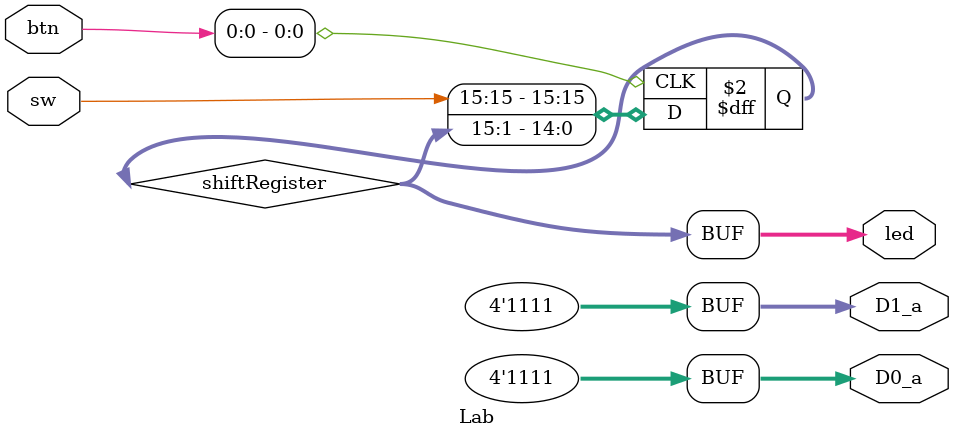
<source format=v>
`timescale 1ns / 1ps

module Lab(

    //Input switches and buttons
    input [15:0] sw,
    input [3:0] btn,
    
    //Output leds and led-segments
    output [15:0] led,    
    output [3:0] D0_a, D1_a
);

//Shift register to hold data
reg [15:0] shiftRegister;

//Updates shift register upon button press
always @(posedge btn[0]) begin
    shiftRegister <= {sw[15], shiftRegister[15:1]};
end

//Assigns led output to shiftRegister data
assign led = shiftRegister;

//Turn off led-segments
assign D0_a = 4'b1111;
assign D1_a = 4'b1111;

endmodule



</source>
